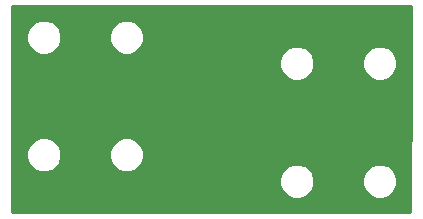
<source format=gbr>
G04 #@! TF.GenerationSoftware,KiCad,Pcbnew,(5.0.1)-rc2*
G04 #@! TF.CreationDate,2019-01-31T01:05:06-05:00*
G04 #@! TF.ProjectId,passive_buffer,706173736976655F6275666665722E6B,rev?*
G04 #@! TF.SameCoordinates,Original*
G04 #@! TF.FileFunction,Copper,L2,Bot,Signal*
G04 #@! TF.FilePolarity,Positive*
%FSLAX46Y46*%
G04 Gerber Fmt 4.6, Leading zero omitted, Abs format (unit mm)*
G04 Created by KiCad (PCBNEW (5.0.1)-rc2) date 1/31/2019 1:05:06 AM*
%MOMM*%
%LPD*%
G01*
G04 APERTURE LIST*
G04 #@! TA.AperFunction,ViaPad*
%ADD10C,0.800000*%
G04 #@! TD*
G04 #@! TA.AperFunction,Conductor*
%ADD11C,0.250000*%
G04 #@! TD*
G04 #@! TA.AperFunction,Conductor*
%ADD12C,0.254000*%
G04 #@! TD*
G04 APERTURE END LIST*
D10*
G04 #@! TO.N,Net-(J1-PadT)*
X146420601Y-80010000D03*
X142268800Y-82143600D03*
X150672800Y-72948800D03*
G04 #@! TD*
D11*
G04 #@! TO.N,Net-(J1-PadT)*
X150672800Y-75757801D02*
X146420601Y-80010000D01*
X150672800Y-72948800D02*
X150672800Y-75757801D01*
G04 #@! TD*
D12*
G04 #@! TO.N,Net-(J1-PadT)*
G36*
X165076201Y-76842984D02*
X164974084Y-88722576D01*
X164564042Y-88723800D01*
X131240200Y-88723800D01*
X131240200Y-85810615D01*
X153913400Y-85810615D01*
X153913400Y-86401385D01*
X154139478Y-86947185D01*
X154557215Y-87364922D01*
X155103015Y-87591000D01*
X155693785Y-87591000D01*
X156239585Y-87364922D01*
X156657322Y-86947185D01*
X156883400Y-86401385D01*
X156883400Y-85810615D01*
X160913400Y-85810615D01*
X160913400Y-86401385D01*
X161139478Y-86947185D01*
X161557215Y-87364922D01*
X162103015Y-87591000D01*
X162693785Y-87591000D01*
X163239585Y-87364922D01*
X163657322Y-86947185D01*
X163883400Y-86401385D01*
X163883400Y-85810615D01*
X163657322Y-85264815D01*
X163239585Y-84847078D01*
X162693785Y-84621000D01*
X162103015Y-84621000D01*
X161557215Y-84847078D01*
X161139478Y-85264815D01*
X160913400Y-85810615D01*
X156883400Y-85810615D01*
X156657322Y-85264815D01*
X156239585Y-84847078D01*
X155693785Y-84621000D01*
X155103015Y-84621000D01*
X154557215Y-84847078D01*
X154139478Y-85264815D01*
X153913400Y-85810615D01*
X131240200Y-85810615D01*
X131240200Y-83575415D01*
X132483800Y-83575415D01*
X132483800Y-84166185D01*
X132709878Y-84711985D01*
X133127615Y-85129722D01*
X133673415Y-85355800D01*
X134264185Y-85355800D01*
X134809985Y-85129722D01*
X135227722Y-84711985D01*
X135453800Y-84166185D01*
X135453800Y-83575415D01*
X139483800Y-83575415D01*
X139483800Y-84166185D01*
X139709878Y-84711985D01*
X140127615Y-85129722D01*
X140673415Y-85355800D01*
X141264185Y-85355800D01*
X141809985Y-85129722D01*
X142227722Y-84711985D01*
X142453800Y-84166185D01*
X142453800Y-83575415D01*
X142227722Y-83029615D01*
X141809985Y-82611878D01*
X141264185Y-82385800D01*
X140673415Y-82385800D01*
X140127615Y-82611878D01*
X139709878Y-83029615D01*
X139483800Y-83575415D01*
X135453800Y-83575415D01*
X135227722Y-83029615D01*
X134809985Y-82611878D01*
X134264185Y-82385800D01*
X133673415Y-82385800D01*
X133127615Y-82611878D01*
X132709878Y-83029615D01*
X132483800Y-83575415D01*
X131240200Y-83575415D01*
X131240200Y-75803015D01*
X153913400Y-75803015D01*
X153913400Y-76393785D01*
X154139478Y-76939585D01*
X154557215Y-77357322D01*
X155103015Y-77583400D01*
X155693785Y-77583400D01*
X156239585Y-77357322D01*
X156657322Y-76939585D01*
X156883400Y-76393785D01*
X156883400Y-75803015D01*
X160913400Y-75803015D01*
X160913400Y-76393785D01*
X161139478Y-76939585D01*
X161557215Y-77357322D01*
X162103015Y-77583400D01*
X162693785Y-77583400D01*
X163239585Y-77357322D01*
X163657322Y-76939585D01*
X163883400Y-76393785D01*
X163883400Y-75803015D01*
X163657322Y-75257215D01*
X163239585Y-74839478D01*
X162693785Y-74613400D01*
X162103015Y-74613400D01*
X161557215Y-74839478D01*
X161139478Y-75257215D01*
X160913400Y-75803015D01*
X156883400Y-75803015D01*
X156657322Y-75257215D01*
X156239585Y-74839478D01*
X155693785Y-74613400D01*
X155103015Y-74613400D01*
X154557215Y-74839478D01*
X154139478Y-75257215D01*
X153913400Y-75803015D01*
X131240200Y-75803015D01*
X131240200Y-73618615D01*
X132483800Y-73618615D01*
X132483800Y-74209385D01*
X132709878Y-74755185D01*
X133127615Y-75172922D01*
X133673415Y-75399000D01*
X134264185Y-75399000D01*
X134809985Y-75172922D01*
X135227722Y-74755185D01*
X135453800Y-74209385D01*
X135453800Y-73618615D01*
X139483800Y-73618615D01*
X139483800Y-74209385D01*
X139709878Y-74755185D01*
X140127615Y-75172922D01*
X140673415Y-75399000D01*
X141264185Y-75399000D01*
X141809985Y-75172922D01*
X142227722Y-74755185D01*
X142453800Y-74209385D01*
X142453800Y-73618615D01*
X142227722Y-73072815D01*
X141809985Y-72655078D01*
X141264185Y-72429000D01*
X140673415Y-72429000D01*
X140127615Y-72655078D01*
X139709878Y-73072815D01*
X139483800Y-73618615D01*
X135453800Y-73618615D01*
X135227722Y-73072815D01*
X134809985Y-72655078D01*
X134264185Y-72429000D01*
X133673415Y-72429000D01*
X133127615Y-72655078D01*
X132709878Y-73072815D01*
X132483800Y-73618615D01*
X131240200Y-73618615D01*
X131240200Y-71297092D01*
X131845783Y-71296200D01*
X165076201Y-71296200D01*
X165076201Y-76842984D01*
X165076201Y-76842984D01*
G37*
X165076201Y-76842984D02*
X164974084Y-88722576D01*
X164564042Y-88723800D01*
X131240200Y-88723800D01*
X131240200Y-85810615D01*
X153913400Y-85810615D01*
X153913400Y-86401385D01*
X154139478Y-86947185D01*
X154557215Y-87364922D01*
X155103015Y-87591000D01*
X155693785Y-87591000D01*
X156239585Y-87364922D01*
X156657322Y-86947185D01*
X156883400Y-86401385D01*
X156883400Y-85810615D01*
X160913400Y-85810615D01*
X160913400Y-86401385D01*
X161139478Y-86947185D01*
X161557215Y-87364922D01*
X162103015Y-87591000D01*
X162693785Y-87591000D01*
X163239585Y-87364922D01*
X163657322Y-86947185D01*
X163883400Y-86401385D01*
X163883400Y-85810615D01*
X163657322Y-85264815D01*
X163239585Y-84847078D01*
X162693785Y-84621000D01*
X162103015Y-84621000D01*
X161557215Y-84847078D01*
X161139478Y-85264815D01*
X160913400Y-85810615D01*
X156883400Y-85810615D01*
X156657322Y-85264815D01*
X156239585Y-84847078D01*
X155693785Y-84621000D01*
X155103015Y-84621000D01*
X154557215Y-84847078D01*
X154139478Y-85264815D01*
X153913400Y-85810615D01*
X131240200Y-85810615D01*
X131240200Y-83575415D01*
X132483800Y-83575415D01*
X132483800Y-84166185D01*
X132709878Y-84711985D01*
X133127615Y-85129722D01*
X133673415Y-85355800D01*
X134264185Y-85355800D01*
X134809985Y-85129722D01*
X135227722Y-84711985D01*
X135453800Y-84166185D01*
X135453800Y-83575415D01*
X139483800Y-83575415D01*
X139483800Y-84166185D01*
X139709878Y-84711985D01*
X140127615Y-85129722D01*
X140673415Y-85355800D01*
X141264185Y-85355800D01*
X141809985Y-85129722D01*
X142227722Y-84711985D01*
X142453800Y-84166185D01*
X142453800Y-83575415D01*
X142227722Y-83029615D01*
X141809985Y-82611878D01*
X141264185Y-82385800D01*
X140673415Y-82385800D01*
X140127615Y-82611878D01*
X139709878Y-83029615D01*
X139483800Y-83575415D01*
X135453800Y-83575415D01*
X135227722Y-83029615D01*
X134809985Y-82611878D01*
X134264185Y-82385800D01*
X133673415Y-82385800D01*
X133127615Y-82611878D01*
X132709878Y-83029615D01*
X132483800Y-83575415D01*
X131240200Y-83575415D01*
X131240200Y-75803015D01*
X153913400Y-75803015D01*
X153913400Y-76393785D01*
X154139478Y-76939585D01*
X154557215Y-77357322D01*
X155103015Y-77583400D01*
X155693785Y-77583400D01*
X156239585Y-77357322D01*
X156657322Y-76939585D01*
X156883400Y-76393785D01*
X156883400Y-75803015D01*
X160913400Y-75803015D01*
X160913400Y-76393785D01*
X161139478Y-76939585D01*
X161557215Y-77357322D01*
X162103015Y-77583400D01*
X162693785Y-77583400D01*
X163239585Y-77357322D01*
X163657322Y-76939585D01*
X163883400Y-76393785D01*
X163883400Y-75803015D01*
X163657322Y-75257215D01*
X163239585Y-74839478D01*
X162693785Y-74613400D01*
X162103015Y-74613400D01*
X161557215Y-74839478D01*
X161139478Y-75257215D01*
X160913400Y-75803015D01*
X156883400Y-75803015D01*
X156657322Y-75257215D01*
X156239585Y-74839478D01*
X155693785Y-74613400D01*
X155103015Y-74613400D01*
X154557215Y-74839478D01*
X154139478Y-75257215D01*
X153913400Y-75803015D01*
X131240200Y-75803015D01*
X131240200Y-73618615D01*
X132483800Y-73618615D01*
X132483800Y-74209385D01*
X132709878Y-74755185D01*
X133127615Y-75172922D01*
X133673415Y-75399000D01*
X134264185Y-75399000D01*
X134809985Y-75172922D01*
X135227722Y-74755185D01*
X135453800Y-74209385D01*
X135453800Y-73618615D01*
X139483800Y-73618615D01*
X139483800Y-74209385D01*
X139709878Y-74755185D01*
X140127615Y-75172922D01*
X140673415Y-75399000D01*
X141264185Y-75399000D01*
X141809985Y-75172922D01*
X142227722Y-74755185D01*
X142453800Y-74209385D01*
X142453800Y-73618615D01*
X142227722Y-73072815D01*
X141809985Y-72655078D01*
X141264185Y-72429000D01*
X140673415Y-72429000D01*
X140127615Y-72655078D01*
X139709878Y-73072815D01*
X139483800Y-73618615D01*
X135453800Y-73618615D01*
X135227722Y-73072815D01*
X134809985Y-72655078D01*
X134264185Y-72429000D01*
X133673415Y-72429000D01*
X133127615Y-72655078D01*
X132709878Y-73072815D01*
X132483800Y-73618615D01*
X131240200Y-73618615D01*
X131240200Y-71297092D01*
X131845783Y-71296200D01*
X165076201Y-71296200D01*
X165076201Y-76842984D01*
G04 #@! TD*
M02*

</source>
